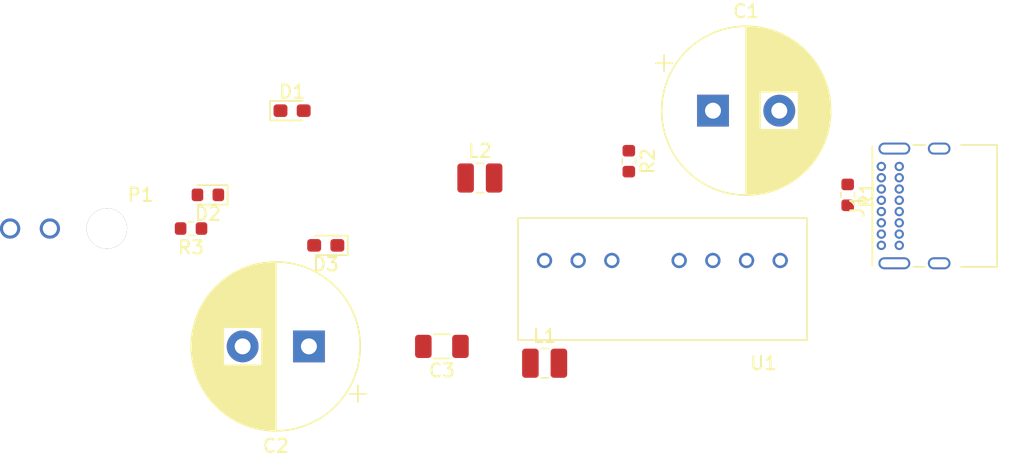
<source format=kicad_pcb>
(kicad_pcb (version 20171130) (host pcbnew 5.1.5+dfsg1-2build2)

  (general
    (thickness 1.6)
    (drawings 0)
    (tracks 0)
    (zones 0)
    (modules 14)
    (nets 20)
  )

  (page A4)
  (layers
    (0 F.Cu signal)
    (31 B.Cu signal)
    (32 B.Adhes user)
    (33 F.Adhes user)
    (34 B.Paste user)
    (35 F.Paste user)
    (36 B.SilkS user)
    (37 F.SilkS user)
    (38 B.Mask user)
    (39 F.Mask user)
    (40 Dwgs.User user)
    (41 Cmts.User user)
    (42 Eco1.User user)
    (43 Eco2.User user)
    (44 Edge.Cuts user)
    (45 Margin user)
    (46 B.CrtYd user)
    (47 F.CrtYd user)
    (48 B.Fab user)
    (49 F.Fab user)
  )

  (setup
    (last_trace_width 0.25)
    (trace_clearance 0.2)
    (zone_clearance 0.508)
    (zone_45_only no)
    (trace_min 0.2)
    (via_size 0.8)
    (via_drill 0.4)
    (via_min_size 0.4)
    (via_min_drill 0.3)
    (uvia_size 0.3)
    (uvia_drill 0.1)
    (uvias_allowed no)
    (uvia_min_size 0.2)
    (uvia_min_drill 0.1)
    (edge_width 0.05)
    (segment_width 0.2)
    (pcb_text_width 0.3)
    (pcb_text_size 1.5 1.5)
    (mod_edge_width 0.12)
    (mod_text_size 1 1)
    (mod_text_width 0.15)
    (pad_size 1.524 1.524)
    (pad_drill 0.762)
    (pad_to_mask_clearance 0.051)
    (solder_mask_min_width 0.25)
    (aux_axis_origin 0 0)
    (visible_elements FFFFFF7F)
    (pcbplotparams
      (layerselection 0x010fc_ffffffff)
      (usegerberextensions false)
      (usegerberattributes false)
      (usegerberadvancedattributes false)
      (creategerberjobfile false)
      (excludeedgelayer true)
      (linewidth 0.100000)
      (plotframeref false)
      (viasonmask false)
      (mode 1)
      (useauxorigin false)
      (hpglpennumber 1)
      (hpglpenspeed 20)
      (hpglpendiameter 15.000000)
      (psnegative false)
      (psa4output false)
      (plotreference true)
      (plotvalue true)
      (plotinvisibletext false)
      (padsonsilk false)
      (subtractmaskfromsilk false)
      (outputformat 1)
      (mirror false)
      (drillshape 1)
      (scaleselection 1)
      (outputdirectory ""))
  )

  (net 0 "")
  (net 1 "Net-(C1-Pad2)")
  (net 2 "Net-(C1-Pad1)")
  (net 3 "Net-(C2-Pad2)")
  (net 4 "Net-(C2-Pad1)")
  (net 5 "Net-(D1-Pad1)")
  (net 6 "Net-(D2-Pad1)")
  (net 7 "Net-(J1-PadS1)")
  (net 8 "Net-(J1-PadB6)")
  (net 9 "Net-(J1-PadA5)")
  (net 10 "Net-(J1-PadB8)")
  (net 11 "Net-(J1-PadB7)")
  (net 12 "Net-(J1-PadA8)")
  (net 13 "Net-(J1-PadA7)")
  (net 14 "Net-(J1-PadA6)")
  (net 15 "Net-(L1-Pad2)")
  (net 16 "Net-(L2-Pad2)")
  (net 17 "Net-(U1-Pad8)")
  (net 18 "Net-(U1-Pad5)")
  (net 19 "Net-(U1-Pad3)")

  (net_class Default "This is the default net class."
    (clearance 0.2)
    (trace_width 0.25)
    (via_dia 0.8)
    (via_drill 0.4)
    (uvia_dia 0.3)
    (uvia_drill 0.1)
    (add_net "Net-(C1-Pad1)")
    (add_net "Net-(C1-Pad2)")
    (add_net "Net-(C2-Pad1)")
    (add_net "Net-(C2-Pad2)")
    (add_net "Net-(D1-Pad1)")
    (add_net "Net-(D2-Pad1)")
    (add_net "Net-(J1-PadA5)")
    (add_net "Net-(J1-PadA6)")
    (add_net "Net-(J1-PadA7)")
    (add_net "Net-(J1-PadA8)")
    (add_net "Net-(J1-PadB6)")
    (add_net "Net-(J1-PadB7)")
    (add_net "Net-(J1-PadB8)")
    (add_net "Net-(J1-PadS1)")
    (add_net "Net-(L1-Pad2)")
    (add_net "Net-(L2-Pad2)")
    (add_net "Net-(U1-Pad3)")
    (add_net "Net-(U1-Pad5)")
    (add_net "Net-(U1-Pad8)")
  )

  (module OWN_DEF:RS6-0505S (layer F.Cu) (tedit 6358F056) (tstamp 6359F529)
    (at 102.87 107.95)
    (path /6359FF4D)
    (fp_text reference U1 (at 7.62 6.35) (layer F.SilkS)
      (effects (font (size 1 1) (thickness 0.15)))
    )
    (fp_text value RS6-0505S (at 0 -6.35) (layer F.Fab)
      (effects (font (size 1 1) (thickness 0.15)))
    )
    (fp_line (start -10.9 -4.6) (end -10.9 4.6) (layer F.SilkS) (width 0.12))
    (fp_line (start 10.9 -4.6) (end 10.9 4.6) (layer F.SilkS) (width 0.12))
    (fp_line (start -10.9 -4.6) (end 10.9 -4.6) (layer F.SilkS) (width 0.12))
    (fp_line (start -10.9 4.6) (end 10.9 4.6) (layer F.SilkS) (width 0.12))
    (pad 8 thru_hole circle (at 8.88 -1.4) (size 1.15 1.15) (drill 0.762) (layers *.Cu *.Mask)
      (net 17 "Net-(U1-Pad8)"))
    (pad 7 thru_hole circle (at 6.34 -1.4) (size 1.15 1.15) (drill 0.762) (layers *.Cu *.Mask)
      (net 1 "Net-(C1-Pad2)"))
    (pad 6 thru_hole circle (at 3.8 -1.4) (size 1.15 1.15) (drill 0.762) (layers *.Cu *.Mask)
      (net 2 "Net-(C1-Pad1)"))
    (pad 5 thru_hole circle (at 1.26 -1.4) (size 1.15 1.15) (drill 0.762) (layers *.Cu *.Mask)
      (net 18 "Net-(U1-Pad5)"))
    (pad 3 thru_hole circle (at -3.82 -1.4) (size 1.15 1.15) (drill 0.762) (layers *.Cu *.Mask)
      (net 19 "Net-(U1-Pad3)"))
    (pad 2 thru_hole circle (at -6.36 -1.4) (size 1.15 1.15) (drill 0.762) (layers *.Cu *.Mask)
      (net 16 "Net-(L2-Pad2)"))
    (pad 1 thru_hole circle (at -8.9 -1.4) (size 1.15 1.15) (drill 0.762) (layers *.Cu *.Mask)
      (net 15 "Net-(L1-Pad2)"))
  )

  (module Resistor_SMD:R_0603_1608Metric (layer F.Cu) (tedit 5B301BBD) (tstamp 6359F51A)
    (at 67.31 104.14 180)
    (descr "Resistor SMD 0603 (1608 Metric), square (rectangular) end terminal, IPC_7351 nominal, (Body size source: http://www.tortai-tech.com/upload/download/2011102023233369053.pdf), generated with kicad-footprint-generator")
    (tags resistor)
    (path /635AEA6C)
    (attr smd)
    (fp_text reference R3 (at 0 -1.43) (layer F.SilkS)
      (effects (font (size 1 1) (thickness 0.15)))
    )
    (fp_text value 1K (at 0 1.43) (layer F.Fab)
      (effects (font (size 1 1) (thickness 0.15)))
    )
    (fp_text user %R (at 0 0) (layer F.Fab)
      (effects (font (size 0.4 0.4) (thickness 0.06)))
    )
    (fp_line (start 1.48 0.73) (end -1.48 0.73) (layer F.CrtYd) (width 0.05))
    (fp_line (start 1.48 -0.73) (end 1.48 0.73) (layer F.CrtYd) (width 0.05))
    (fp_line (start -1.48 -0.73) (end 1.48 -0.73) (layer F.CrtYd) (width 0.05))
    (fp_line (start -1.48 0.73) (end -1.48 -0.73) (layer F.CrtYd) (width 0.05))
    (fp_line (start -0.162779 0.51) (end 0.162779 0.51) (layer F.SilkS) (width 0.12))
    (fp_line (start -0.162779 -0.51) (end 0.162779 -0.51) (layer F.SilkS) (width 0.12))
    (fp_line (start 0.8 0.4) (end -0.8 0.4) (layer F.Fab) (width 0.1))
    (fp_line (start 0.8 -0.4) (end 0.8 0.4) (layer F.Fab) (width 0.1))
    (fp_line (start -0.8 -0.4) (end 0.8 -0.4) (layer F.Fab) (width 0.1))
    (fp_line (start -0.8 0.4) (end -0.8 -0.4) (layer F.Fab) (width 0.1))
    (pad 2 smd roundrect (at 0.7875 0 180) (size 0.875 0.95) (layers F.Cu F.Paste F.Mask) (roundrect_rratio 0.25)
      (net 3 "Net-(C2-Pad2)"))
    (pad 1 smd roundrect (at -0.7875 0 180) (size 0.875 0.95) (layers F.Cu F.Paste F.Mask) (roundrect_rratio 0.25)
      (net 6 "Net-(D2-Pad1)"))
    (model ${KISYS3DMOD}/Resistor_SMD.3dshapes/R_0603_1608Metric.wrl
      (at (xyz 0 0 0))
      (scale (xyz 1 1 1))
      (rotate (xyz 0 0 0))
    )
  )

  (module Resistor_SMD:R_0603_1608Metric (layer F.Cu) (tedit 5B301BBD) (tstamp 6359F509)
    (at 100.33 99.06 270)
    (descr "Resistor SMD 0603 (1608 Metric), square (rectangular) end terminal, IPC_7351 nominal, (Body size source: http://www.tortai-tech.com/upload/download/2011102023233369053.pdf), generated with kicad-footprint-generator")
    (tags resistor)
    (path /6359BBA9)
    (attr smd)
    (fp_text reference R2 (at 0 -1.43 90) (layer F.SilkS)
      (effects (font (size 1 1) (thickness 0.15)))
    )
    (fp_text value 1K (at 0 1.43 90) (layer F.Fab)
      (effects (font (size 1 1) (thickness 0.15)))
    )
    (fp_text user %R (at 0 0 90) (layer F.Fab)
      (effects (font (size 0.4 0.4) (thickness 0.06)))
    )
    (fp_line (start 1.48 0.73) (end -1.48 0.73) (layer F.CrtYd) (width 0.05))
    (fp_line (start 1.48 -0.73) (end 1.48 0.73) (layer F.CrtYd) (width 0.05))
    (fp_line (start -1.48 -0.73) (end 1.48 -0.73) (layer F.CrtYd) (width 0.05))
    (fp_line (start -1.48 0.73) (end -1.48 -0.73) (layer F.CrtYd) (width 0.05))
    (fp_line (start -0.162779 0.51) (end 0.162779 0.51) (layer F.SilkS) (width 0.12))
    (fp_line (start -0.162779 -0.51) (end 0.162779 -0.51) (layer F.SilkS) (width 0.12))
    (fp_line (start 0.8 0.4) (end -0.8 0.4) (layer F.Fab) (width 0.1))
    (fp_line (start 0.8 -0.4) (end 0.8 0.4) (layer F.Fab) (width 0.1))
    (fp_line (start -0.8 -0.4) (end 0.8 -0.4) (layer F.Fab) (width 0.1))
    (fp_line (start -0.8 0.4) (end -0.8 -0.4) (layer F.Fab) (width 0.1))
    (pad 2 smd roundrect (at 0.7875 0 270) (size 0.875 0.95) (layers F.Cu F.Paste F.Mask) (roundrect_rratio 0.25)
      (net 1 "Net-(C1-Pad2)"))
    (pad 1 smd roundrect (at -0.7875 0 270) (size 0.875 0.95) (layers F.Cu F.Paste F.Mask) (roundrect_rratio 0.25)
      (net 5 "Net-(D1-Pad1)"))
    (model ${KISYS3DMOD}/Resistor_SMD.3dshapes/R_0603_1608Metric.wrl
      (at (xyz 0 0 0))
      (scale (xyz 1 1 1))
      (rotate (xyz 0 0 0))
    )
  )

  (module Resistor_SMD:R_0603_1608Metric (layer F.Cu) (tedit 5B301BBD) (tstamp 6359F4F8)
    (at 116.84 101.6 270)
    (descr "Resistor SMD 0603 (1608 Metric), square (rectangular) end terminal, IPC_7351 nominal, (Body size source: http://www.tortai-tech.com/upload/download/2011102023233369053.pdf), generated with kicad-footprint-generator")
    (tags resistor)
    (path /63591603)
    (attr smd)
    (fp_text reference R1 (at 0 -1.43 90) (layer F.SilkS)
      (effects (font (size 1 1) (thickness 0.15)))
    )
    (fp_text value 22K (at 0 1.43 90) (layer F.Fab)
      (effects (font (size 1 1) (thickness 0.15)))
    )
    (fp_text user %R (at 0 0 90) (layer B.Fab)
      (effects (font (size 0.4 0.4) (thickness 0.06)) (justify mirror))
    )
    (fp_line (start 1.48 0.73) (end -1.48 0.73) (layer F.CrtYd) (width 0.05))
    (fp_line (start 1.48 -0.73) (end 1.48 0.73) (layer F.CrtYd) (width 0.05))
    (fp_line (start -1.48 -0.73) (end 1.48 -0.73) (layer F.CrtYd) (width 0.05))
    (fp_line (start -1.48 0.73) (end -1.48 -0.73) (layer F.CrtYd) (width 0.05))
    (fp_line (start -0.162779 0.51) (end 0.162779 0.51) (layer F.SilkS) (width 0.12))
    (fp_line (start -0.162779 -0.51) (end 0.162779 -0.51) (layer F.SilkS) (width 0.12))
    (fp_line (start 0.8 0.4) (end -0.8 0.4) (layer F.Fab) (width 0.1))
    (fp_line (start 0.8 -0.4) (end 0.8 0.4) (layer F.Fab) (width 0.1))
    (fp_line (start -0.8 -0.4) (end 0.8 -0.4) (layer F.Fab) (width 0.1))
    (fp_line (start -0.8 0.4) (end -0.8 -0.4) (layer F.Fab) (width 0.1))
    (pad 2 smd roundrect (at 0.7875 0 270) (size 0.875 0.95) (layers F.Cu F.Paste F.Mask) (roundrect_rratio 0.25)
      (net 9 "Net-(J1-PadA5)"))
    (pad 1 smd roundrect (at -0.7875 0 270) (size 0.875 0.95) (layers F.Cu F.Paste F.Mask) (roundrect_rratio 0.25)
      (net 2 "Net-(C1-Pad1)"))
    (model ${KISYS3DMOD}/Resistor_SMD.3dshapes/R_0603_1608Metric.wrl
      (at (xyz 0 0 0))
      (scale (xyz 1 1 1))
      (rotate (xyz 0 0 0))
    )
  )

  (module OWN_DEF:66200221022 (layer F.Cu) (tedit 63594A4E) (tstamp 6359F4E7)
    (at 60.96 106.68 180)
    (path /635C4C6A)
    (fp_text reference P1 (at -2.54 5.08) (layer F.SilkS)
      (effects (font (size 1 1) (thickness 0.15)))
    )
    (fp_text value 66200221022 (at 0 -0.5) (layer F.Fab)
      (effects (font (size 1 1) (thickness 0.15)))
    )
    (pad 2 thru_hole circle (at 7.3 2.54 180) (size 1.524 1.524) (drill 1.07) (layers *.Cu *.Mask)
      (net 4 "Net-(C2-Pad1)"))
    (pad 1 thru_hole circle (at 4.3 2.54 180) (size 1.524 1.524) (drill 1.07) (layers *.Cu *.Mask)
      (net 3 "Net-(C2-Pad2)"))
    (pad 0 thru_hole circle (at 0 2.54 180) (size 3.05 3.05) (drill 3.05) (layers *.Cu *.Mask))
  )

  (module Inductor_SMD:L_1008_2520Metric (layer F.Cu) (tedit 5D4AF589) (tstamp 6359F4E0)
    (at 89.095 100.33)
    (descr "Inductor SMD 1008 (2520 Metric), square (rectangular) end terminal, IPC_7351 nominal, (Body size source: https://ecsxtal.com/store/pdf/ECS-MPI2520-SMD-POWER-INDUCTOR.pdf), generated with kicad-footprint-generator")
    (tags inductor)
    (path /635A5B59)
    (attr smd)
    (fp_text reference L2 (at 0 -2.05) (layer F.SilkS)
      (effects (font (size 1 1) (thickness 0.15)))
    )
    (fp_text value 1µ (at 0 2.05) (layer F.Fab)
      (effects (font (size 1 1) (thickness 0.15)))
    )
    (fp_text user %R (at 0 0) (layer F.Fab)
      (effects (font (size 0.62 0.62) (thickness 0.09)))
    )
    (fp_line (start 1.95 1.35) (end -1.95 1.35) (layer F.CrtYd) (width 0.05))
    (fp_line (start 1.95 -1.35) (end 1.95 1.35) (layer F.CrtYd) (width 0.05))
    (fp_line (start -1.95 -1.35) (end 1.95 -1.35) (layer F.CrtYd) (width 0.05))
    (fp_line (start -1.95 1.35) (end -1.95 -1.35) (layer F.CrtYd) (width 0.05))
    (fp_line (start -0.261252 1.11) (end 0.261252 1.11) (layer F.SilkS) (width 0.12))
    (fp_line (start -0.261252 -1.11) (end 0.261252 -1.11) (layer F.SilkS) (width 0.12))
    (fp_line (start 1.25 1) (end -1.25 1) (layer F.Fab) (width 0.1))
    (fp_line (start 1.25 -1) (end 1.25 1) (layer F.Fab) (width 0.1))
    (fp_line (start -1.25 -1) (end 1.25 -1) (layer F.Fab) (width 0.1))
    (fp_line (start -1.25 1) (end -1.25 -1) (layer F.Fab) (width 0.1))
    (pad 2 smd roundrect (at 1.075 0) (size 1.25 2.2) (layers F.Cu F.Paste F.Mask) (roundrect_rratio 0.2)
      (net 16 "Net-(L2-Pad2)"))
    (pad 1 smd roundrect (at -1.075 0) (size 1.25 2.2) (layers F.Cu F.Paste F.Mask) (roundrect_rratio 0.2)
      (net 4 "Net-(C2-Pad1)"))
    (model ${KISYS3DMOD}/Inductor_SMD.3dshapes/L_1008_2520Metric.wrl
      (at (xyz 0 0 0))
      (scale (xyz 1 1 1))
      (rotate (xyz 0 0 0))
    )
  )

  (module Inductor_SMD:L_1008_2520Metric (layer F.Cu) (tedit 5D4AF589) (tstamp 6359F4CF)
    (at 93.98 114.3)
    (descr "Inductor SMD 1008 (2520 Metric), square (rectangular) end terminal, IPC_7351 nominal, (Body size source: https://ecsxtal.com/store/pdf/ECS-MPI2520-SMD-POWER-INDUCTOR.pdf), generated with kicad-footprint-generator")
    (tags inductor)
    (path /635A6AFC)
    (attr smd)
    (fp_text reference L1 (at 0 -2.05) (layer F.SilkS)
      (effects (font (size 1 1) (thickness 0.15)))
    )
    (fp_text value 1µ (at 0 2.05) (layer F.Fab)
      (effects (font (size 1 1) (thickness 0.15)))
    )
    (fp_text user %R (at 0 0) (layer F.Fab)
      (effects (font (size 0.62 0.62) (thickness 0.09)))
    )
    (fp_line (start 1.95 1.35) (end -1.95 1.35) (layer F.CrtYd) (width 0.05))
    (fp_line (start 1.95 -1.35) (end 1.95 1.35) (layer F.CrtYd) (width 0.05))
    (fp_line (start -1.95 -1.35) (end 1.95 -1.35) (layer F.CrtYd) (width 0.05))
    (fp_line (start -1.95 1.35) (end -1.95 -1.35) (layer F.CrtYd) (width 0.05))
    (fp_line (start -0.261252 1.11) (end 0.261252 1.11) (layer F.SilkS) (width 0.12))
    (fp_line (start -0.261252 -1.11) (end 0.261252 -1.11) (layer F.SilkS) (width 0.12))
    (fp_line (start 1.25 1) (end -1.25 1) (layer F.Fab) (width 0.1))
    (fp_line (start 1.25 -1) (end 1.25 1) (layer F.Fab) (width 0.1))
    (fp_line (start -1.25 -1) (end 1.25 -1) (layer F.Fab) (width 0.1))
    (fp_line (start -1.25 1) (end -1.25 -1) (layer F.Fab) (width 0.1))
    (pad 2 smd roundrect (at 1.075 0) (size 1.25 2.2) (layers F.Cu F.Paste F.Mask) (roundrect_rratio 0.2)
      (net 15 "Net-(L1-Pad2)"))
    (pad 1 smd roundrect (at -1.075 0) (size 1.25 2.2) (layers F.Cu F.Paste F.Mask) (roundrect_rratio 0.2)
      (net 3 "Net-(C2-Pad2)"))
    (model ${KISYS3DMOD}/Inductor_SMD.3dshapes/L_1008_2520Metric.wrl
      (at (xyz 0 0 0))
      (scale (xyz 1 1 1))
      (rotate (xyz 0 0 0))
    )
  )

  (module Connector_USB:USB_C_Receptacle_GCT_USB4085 (layer F.Cu) (tedit 5BCCCD93) (tstamp 6359F4BE)
    (at 119.38 105.41 90)
    (descr "USB 2.0 Type C Receptacle, https://gct.co/Files/Drawings/USB4085.pdf")
    (tags "USB Type-C Receptacle Through-hole Right angle")
    (path /6358EED8)
    (fp_text reference J1 (at 2.975 -1.8 90) (layer F.SilkS)
      (effects (font (size 1 1) (thickness 0.15)))
    )
    (fp_text value USB_C_Receptacle (at 2.975 9.925 90) (layer F.Fab)
      (effects (font (size 1 1) (thickness 0.15)))
    )
    (fp_text user %R (at 2.975 4.025 90) (layer F.Fab)
      (effects (font (size 1 1) (thickness 0.15)))
    )
    (fp_text user "PCB Edge" (at 2.975 6.1 90) (layer Dwgs.User)
      (effects (font (size 0.5 0.5) (thickness 0.1)))
    )
    (fp_line (start -0.025 6.1) (end 5.975 6.1) (layer F.Fab) (width 0.1))
    (fp_line (start 8.25 -1.06) (end 8.25 9.11) (layer F.CrtYd) (width 0.05))
    (fp_line (start -2.3 -1.06) (end 8.25 -1.06) (layer F.CrtYd) (width 0.05))
    (fp_line (start -2.3 9.11) (end 8.25 9.11) (layer F.CrtYd) (width 0.05))
    (fp_line (start -2.3 -1.06) (end -2.3 9.11) (layer F.CrtYd) (width 0.05))
    (fp_line (start -1.62 2.4) (end -1.62 3.3) (layer F.SilkS) (width 0.12))
    (fp_line (start 7.57 2.4) (end 7.57 3.3) (layer F.SilkS) (width 0.12))
    (fp_line (start -1.62 6) (end -1.62 8.73) (layer F.SilkS) (width 0.12))
    (fp_line (start 7.57 6) (end 7.57 8.73) (layer F.SilkS) (width 0.12))
    (fp_line (start 7.45 -0.56) (end 7.45 8.61) (layer F.Fab) (width 0.1))
    (fp_line (start -1.5 -0.56) (end -1.5 8.61) (layer F.Fab) (width 0.1))
    (fp_line (start -1.5 -0.68) (end 7.45 -0.68) (layer F.SilkS) (width 0.12))
    (fp_line (start -1.62 8.73) (end 7.57 8.73) (layer F.SilkS) (width 0.12))
    (fp_line (start -1.5 8.61) (end 7.45 8.61) (layer F.Fab) (width 0.1))
    (fp_line (start -1.5 -0.56) (end 7.45 -0.56) (layer F.Fab) (width 0.1))
    (pad S1 thru_hole oval (at 7.3 4.36 90) (size 0.9 1.7) (drill oval 0.6 1.4) (layers *.Cu *.Mask)
      (net 7 "Net-(J1-PadS1)"))
    (pad S1 thru_hole oval (at -1.35 4.36 90) (size 0.9 1.7) (drill oval 0.6 1.4) (layers *.Cu *.Mask)
      (net 7 "Net-(J1-PadS1)"))
    (pad S1 thru_hole oval (at 7.3 0.98 90) (size 0.9 2.4) (drill oval 0.6 2.1) (layers *.Cu *.Mask)
      (net 7 "Net-(J1-PadS1)"))
    (pad S1 thru_hole oval (at -1.35 0.98 90) (size 0.9 2.4) (drill oval 0.6 2.1) (layers *.Cu *.Mask)
      (net 7 "Net-(J1-PadS1)"))
    (pad B6 thru_hole circle (at 3.4 1.35 90) (size 0.7 0.7) (drill 0.4) (layers *.Cu *.Mask)
      (net 8 "Net-(J1-PadB6)"))
    (pad B1 thru_hole circle (at 5.95 1.35 90) (size 0.7 0.7) (drill 0.4) (layers *.Cu *.Mask)
      (net 1 "Net-(C1-Pad2)"))
    (pad B4 thru_hole circle (at 5.1 1.35 90) (size 0.7 0.7) (drill 0.4) (layers *.Cu *.Mask)
      (net 2 "Net-(C1-Pad1)"))
    (pad B5 thru_hole circle (at 4.25 1.35 90) (size 0.7 0.7) (drill 0.4) (layers *.Cu *.Mask)
      (net 9 "Net-(J1-PadA5)"))
    (pad B12 thru_hole circle (at 0 1.35 90) (size 0.7 0.7) (drill 0.4) (layers *.Cu *.Mask)
      (net 1 "Net-(C1-Pad2)"))
    (pad B8 thru_hole circle (at 1.7 1.35 90) (size 0.7 0.7) (drill 0.4) (layers *.Cu *.Mask)
      (net 10 "Net-(J1-PadB8)"))
    (pad B7 thru_hole circle (at 2.55 1.35 90) (size 0.7 0.7) (drill 0.4) (layers *.Cu *.Mask)
      (net 11 "Net-(J1-PadB7)"))
    (pad B9 thru_hole circle (at 0.85 1.35 90) (size 0.7 0.7) (drill 0.4) (layers *.Cu *.Mask)
      (net 2 "Net-(C1-Pad1)"))
    (pad A12 thru_hole circle (at 5.95 0 90) (size 0.7 0.7) (drill 0.4) (layers *.Cu *.Mask)
      (net 1 "Net-(C1-Pad2)"))
    (pad A9 thru_hole circle (at 5.1 0 90) (size 0.7 0.7) (drill 0.4) (layers *.Cu *.Mask)
      (net 2 "Net-(C1-Pad1)"))
    (pad A8 thru_hole circle (at 4.25 0 90) (size 0.7 0.7) (drill 0.4) (layers *.Cu *.Mask)
      (net 12 "Net-(J1-PadA8)"))
    (pad A7 thru_hole circle (at 3.4 0 90) (size 0.7 0.7) (drill 0.4) (layers *.Cu *.Mask)
      (net 13 "Net-(J1-PadA7)"))
    (pad A6 thru_hole circle (at 2.55 0 90) (size 0.7 0.7) (drill 0.4) (layers *.Cu *.Mask)
      (net 14 "Net-(J1-PadA6)"))
    (pad A5 thru_hole circle (at 1.7 0 90) (size 0.7 0.7) (drill 0.4) (layers *.Cu *.Mask)
      (net 9 "Net-(J1-PadA5)"))
    (pad A4 thru_hole circle (at 0.85 0 90) (size 0.7 0.7) (drill 0.4) (layers *.Cu *.Mask)
      (net 2 "Net-(C1-Pad1)"))
    (pad A1 thru_hole circle (at 0 0 90) (size 0.7 0.7) (drill 0.4) (layers *.Cu *.Mask)
      (net 1 "Net-(C1-Pad2)"))
    (model ${KISYS3DMOD}/Connector_USB.3dshapes/USB_C_Receptacle_GCT_USB4085.wrl
      (at (xyz 0 0 0))
      (scale (xyz 1 1 1))
      (rotate (xyz 0 0 0))
    )
  )

  (module Diode_SMD:D_0603_1608Metric_Pad1.05x0.95mm_HandSolder (layer F.Cu) (tedit 5B4B45C8) (tstamp 6359F495)
    (at 77.47 105.41 180)
    (descr "Diode SMD 0603 (1608 Metric), square (rectangular) end terminal, IPC_7351 nominal, (Body size source: http://www.tortai-tech.com/upload/download/2011102023233369053.pdf), generated with kicad-footprint-generator")
    (tags "diode handsolder")
    (path /635B5902)
    (attr smd)
    (fp_text reference D3 (at 0 -1.43) (layer F.SilkS)
      (effects (font (size 1 1) (thickness 0.15)))
    )
    (fp_text value D_Zener (at 0 1.43) (layer F.Fab)
      (effects (font (size 1 1) (thickness 0.15)))
    )
    (fp_text user %R (at 0 0) (layer F.Fab)
      (effects (font (size 0.4 0.4) (thickness 0.06)))
    )
    (fp_line (start 1.65 0.73) (end -1.65 0.73) (layer F.CrtYd) (width 0.05))
    (fp_line (start 1.65 -0.73) (end 1.65 0.73) (layer F.CrtYd) (width 0.05))
    (fp_line (start -1.65 -0.73) (end 1.65 -0.73) (layer F.CrtYd) (width 0.05))
    (fp_line (start -1.65 0.73) (end -1.65 -0.73) (layer F.CrtYd) (width 0.05))
    (fp_line (start -1.66 0.735) (end 0.8 0.735) (layer F.SilkS) (width 0.12))
    (fp_line (start -1.66 -0.735) (end -1.66 0.735) (layer F.SilkS) (width 0.12))
    (fp_line (start 0.8 -0.735) (end -1.66 -0.735) (layer F.SilkS) (width 0.12))
    (fp_line (start 0.8 0.4) (end 0.8 -0.4) (layer F.Fab) (width 0.1))
    (fp_line (start -0.8 0.4) (end 0.8 0.4) (layer F.Fab) (width 0.1))
    (fp_line (start -0.8 -0.1) (end -0.8 0.4) (layer F.Fab) (width 0.1))
    (fp_line (start -0.5 -0.4) (end -0.8 -0.1) (layer F.Fab) (width 0.1))
    (fp_line (start 0.8 -0.4) (end -0.5 -0.4) (layer F.Fab) (width 0.1))
    (pad 2 smd roundrect (at 0.875 0 180) (size 1.05 0.95) (layers F.Cu F.Paste F.Mask) (roundrect_rratio 0.25)
      (net 3 "Net-(C2-Pad2)"))
    (pad 1 smd roundrect (at -0.875 0 180) (size 1.05 0.95) (layers F.Cu F.Paste F.Mask) (roundrect_rratio 0.25)
      (net 4 "Net-(C2-Pad1)"))
    (model ${KISYS3DMOD}/Diode_SMD.3dshapes/D_0603_1608Metric.wrl
      (at (xyz 0 0 0))
      (scale (xyz 1 1 1))
      (rotate (xyz 0 0 0))
    )
  )

  (module LED_SMD:LED_0603_1608Metric (layer F.Cu) (tedit 5B301BBE) (tstamp 6359F482)
    (at 68.58 101.6 180)
    (descr "LED SMD 0603 (1608 Metric), square (rectangular) end terminal, IPC_7351 nominal, (Body size source: http://www.tortai-tech.com/upload/download/2011102023233369053.pdf), generated with kicad-footprint-generator")
    (tags diode)
    (path /635AEA66)
    (attr smd)
    (fp_text reference D2 (at 0 -1.43) (layer F.SilkS)
      (effects (font (size 1 1) (thickness 0.15)))
    )
    (fp_text value LED (at 0 1.43) (layer F.Fab)
      (effects (font (size 1 1) (thickness 0.15)))
    )
    (fp_text user %R (at 0 0) (layer F.Fab)
      (effects (font (size 0.4 0.4) (thickness 0.06)))
    )
    (fp_line (start 1.48 0.73) (end -1.48 0.73) (layer F.CrtYd) (width 0.05))
    (fp_line (start 1.48 -0.73) (end 1.48 0.73) (layer F.CrtYd) (width 0.05))
    (fp_line (start -1.48 -0.73) (end 1.48 -0.73) (layer F.CrtYd) (width 0.05))
    (fp_line (start -1.48 0.73) (end -1.48 -0.73) (layer F.CrtYd) (width 0.05))
    (fp_line (start -1.485 0.735) (end 0.8 0.735) (layer F.SilkS) (width 0.12))
    (fp_line (start -1.485 -0.735) (end -1.485 0.735) (layer F.SilkS) (width 0.12))
    (fp_line (start 0.8 -0.735) (end -1.485 -0.735) (layer F.SilkS) (width 0.12))
    (fp_line (start 0.8 0.4) (end 0.8 -0.4) (layer F.Fab) (width 0.1))
    (fp_line (start -0.8 0.4) (end 0.8 0.4) (layer F.Fab) (width 0.1))
    (fp_line (start -0.8 -0.1) (end -0.8 0.4) (layer F.Fab) (width 0.1))
    (fp_line (start -0.5 -0.4) (end -0.8 -0.1) (layer F.Fab) (width 0.1))
    (fp_line (start 0.8 -0.4) (end -0.5 -0.4) (layer F.Fab) (width 0.1))
    (pad 2 smd roundrect (at 0.7875 0 180) (size 0.875 0.95) (layers F.Cu F.Paste F.Mask) (roundrect_rratio 0.25)
      (net 4 "Net-(C2-Pad1)"))
    (pad 1 smd roundrect (at -0.7875 0 180) (size 0.875 0.95) (layers F.Cu F.Paste F.Mask) (roundrect_rratio 0.25)
      (net 6 "Net-(D2-Pad1)"))
    (model ${KISYS3DMOD}/LED_SMD.3dshapes/LED_0603_1608Metric.wrl
      (at (xyz 0 0 0))
      (scale (xyz 1 1 1))
      (rotate (xyz 0 0 0))
    )
  )

  (module Diode_SMD:D_0603_1608Metric_Pad1.05x0.95mm_HandSolder (layer F.Cu) (tedit 5B4B45C8) (tstamp 6359F46F)
    (at 74.93 95.25)
    (descr "Diode SMD 0603 (1608 Metric), square (rectangular) end terminal, IPC_7351 nominal, (Body size source: http://www.tortai-tech.com/upload/download/2011102023233369053.pdf), generated with kicad-footprint-generator")
    (tags "diode handsolder")
    (path /6359A19E)
    (attr smd)
    (fp_text reference D1 (at 0 -1.43) (layer F.SilkS)
      (effects (font (size 1 1) (thickness 0.15)))
    )
    (fp_text value LED (at 0 1.43) (layer F.Fab)
      (effects (font (size 1 1) (thickness 0.15)))
    )
    (fp_text user %R (at 0 0) (layer F.Fab)
      (effects (font (size 0.4 0.4) (thickness 0.06)))
    )
    (fp_line (start 1.65 0.73) (end -1.65 0.73) (layer F.CrtYd) (width 0.05))
    (fp_line (start 1.65 -0.73) (end 1.65 0.73) (layer F.CrtYd) (width 0.05))
    (fp_line (start -1.65 -0.73) (end 1.65 -0.73) (layer F.CrtYd) (width 0.05))
    (fp_line (start -1.65 0.73) (end -1.65 -0.73) (layer F.CrtYd) (width 0.05))
    (fp_line (start -1.66 0.735) (end 0.8 0.735) (layer F.SilkS) (width 0.12))
    (fp_line (start -1.66 -0.735) (end -1.66 0.735) (layer F.SilkS) (width 0.12))
    (fp_line (start 0.8 -0.735) (end -1.66 -0.735) (layer F.SilkS) (width 0.12))
    (fp_line (start 0.8 0.4) (end 0.8 -0.4) (layer F.Fab) (width 0.1))
    (fp_line (start -0.8 0.4) (end 0.8 0.4) (layer F.Fab) (width 0.1))
    (fp_line (start -0.8 -0.1) (end -0.8 0.4) (layer F.Fab) (width 0.1))
    (fp_line (start -0.5 -0.4) (end -0.8 -0.1) (layer F.Fab) (width 0.1))
    (fp_line (start 0.8 -0.4) (end -0.5 -0.4) (layer F.Fab) (width 0.1))
    (pad 2 smd roundrect (at 0.875 0) (size 1.05 0.95) (layers F.Cu F.Paste F.Mask) (roundrect_rratio 0.25)
      (net 2 "Net-(C1-Pad1)"))
    (pad 1 smd roundrect (at -0.875 0) (size 1.05 0.95) (layers F.Cu F.Paste F.Mask) (roundrect_rratio 0.25)
      (net 5 "Net-(D1-Pad1)"))
    (model ${KISYS3DMOD}/Diode_SMD.3dshapes/D_0603_1608Metric.wrl
      (at (xyz 0 0 0))
      (scale (xyz 1 1 1))
      (rotate (xyz 0 0 0))
    )
  )

  (module Capacitor_SMD:C_1206_3216Metric (layer F.Cu) (tedit 5B301BBE) (tstamp 6359F45C)
    (at 86.23 113.03 180)
    (descr "Capacitor SMD 1206 (3216 Metric), square (rectangular) end terminal, IPC_7351 nominal, (Body size source: http://www.tortai-tech.com/upload/download/2011102023233369053.pdf), generated with kicad-footprint-generator")
    (tags capacitor)
    (path /635A961E)
    (attr smd)
    (fp_text reference C3 (at 0 -1.82) (layer F.SilkS)
      (effects (font (size 1 1) (thickness 0.15)))
    )
    (fp_text value 22µ (at 0 1.82) (layer F.Fab)
      (effects (font (size 1 1) (thickness 0.15)))
    )
    (fp_text user %R (at 0 0) (layer F.Fab)
      (effects (font (size 0.8 0.8) (thickness 0.12)))
    )
    (fp_line (start 2.28 1.12) (end -2.28 1.12) (layer F.CrtYd) (width 0.05))
    (fp_line (start 2.28 -1.12) (end 2.28 1.12) (layer F.CrtYd) (width 0.05))
    (fp_line (start -2.28 -1.12) (end 2.28 -1.12) (layer F.CrtYd) (width 0.05))
    (fp_line (start -2.28 1.12) (end -2.28 -1.12) (layer F.CrtYd) (width 0.05))
    (fp_line (start -0.602064 0.91) (end 0.602064 0.91) (layer F.SilkS) (width 0.12))
    (fp_line (start -0.602064 -0.91) (end 0.602064 -0.91) (layer F.SilkS) (width 0.12))
    (fp_line (start 1.6 0.8) (end -1.6 0.8) (layer F.Fab) (width 0.1))
    (fp_line (start 1.6 -0.8) (end 1.6 0.8) (layer F.Fab) (width 0.1))
    (fp_line (start -1.6 -0.8) (end 1.6 -0.8) (layer F.Fab) (width 0.1))
    (fp_line (start -1.6 0.8) (end -1.6 -0.8) (layer F.Fab) (width 0.1))
    (pad 2 smd roundrect (at 1.4 0 180) (size 1.25 1.75) (layers F.Cu F.Paste F.Mask) (roundrect_rratio 0.2)
      (net 4 "Net-(C2-Pad1)"))
    (pad 1 smd roundrect (at -1.4 0 180) (size 1.25 1.75) (layers F.Cu F.Paste F.Mask) (roundrect_rratio 0.2)
      (net 3 "Net-(C2-Pad2)"))
    (model ${KISYS3DMOD}/Capacitor_SMD.3dshapes/C_1206_3216Metric.wrl
      (at (xyz 0 0 0))
      (scale (xyz 1 1 1))
      (rotate (xyz 0 0 0))
    )
  )

  (module Capacitor_THT:CP_Radial_D12.5mm_P5.00mm (layer F.Cu) (tedit 5AE50EF1) (tstamp 6359F44B)
    (at 76.2 113.03 180)
    (descr "CP, Radial series, Radial, pin pitch=5.00mm, , diameter=12.5mm, Electrolytic Capacitor")
    (tags "CP Radial series Radial pin pitch 5.00mm  diameter 12.5mm Electrolytic Capacitor")
    (path /635B51F8)
    (fp_text reference C2 (at 2.5 -7.5) (layer F.SilkS)
      (effects (font (size 1 1) (thickness 0.15)))
    )
    (fp_text value 220µ (at 2.5 7.5) (layer F.Fab)
      (effects (font (size 1 1) (thickness 0.15)))
    )
    (fp_text user %R (at 2.5 0) (layer F.Fab)
      (effects (font (size 1 1) (thickness 0.15)))
    )
    (fp_line (start -3.692082 -4.2) (end -3.692082 -2.95) (layer F.SilkS) (width 0.12))
    (fp_line (start -4.317082 -3.575) (end -3.067082 -3.575) (layer F.SilkS) (width 0.12))
    (fp_line (start 8.861 -0.317) (end 8.861 0.317) (layer F.SilkS) (width 0.12))
    (fp_line (start 8.821 -0.757) (end 8.821 0.757) (layer F.SilkS) (width 0.12))
    (fp_line (start 8.781 -1.028) (end 8.781 1.028) (layer F.SilkS) (width 0.12))
    (fp_line (start 8.741 -1.241) (end 8.741 1.241) (layer F.SilkS) (width 0.12))
    (fp_line (start 8.701 -1.422) (end 8.701 1.422) (layer F.SilkS) (width 0.12))
    (fp_line (start 8.661 -1.583) (end 8.661 1.583) (layer F.SilkS) (width 0.12))
    (fp_line (start 8.621 -1.728) (end 8.621 1.728) (layer F.SilkS) (width 0.12))
    (fp_line (start 8.581 -1.861) (end 8.581 1.861) (layer F.SilkS) (width 0.12))
    (fp_line (start 8.541 -1.984) (end 8.541 1.984) (layer F.SilkS) (width 0.12))
    (fp_line (start 8.501 -2.1) (end 8.501 2.1) (layer F.SilkS) (width 0.12))
    (fp_line (start 8.461 -2.209) (end 8.461 2.209) (layer F.SilkS) (width 0.12))
    (fp_line (start 8.421 -2.312) (end 8.421 2.312) (layer F.SilkS) (width 0.12))
    (fp_line (start 8.381 -2.41) (end 8.381 2.41) (layer F.SilkS) (width 0.12))
    (fp_line (start 8.341 -2.504) (end 8.341 2.504) (layer F.SilkS) (width 0.12))
    (fp_line (start 8.301 -2.594) (end 8.301 2.594) (layer F.SilkS) (width 0.12))
    (fp_line (start 8.261 -2.681) (end 8.261 2.681) (layer F.SilkS) (width 0.12))
    (fp_line (start 8.221 -2.764) (end 8.221 2.764) (layer F.SilkS) (width 0.12))
    (fp_line (start 8.181 -2.844) (end 8.181 2.844) (layer F.SilkS) (width 0.12))
    (fp_line (start 8.141 -2.921) (end 8.141 2.921) (layer F.SilkS) (width 0.12))
    (fp_line (start 8.101 -2.996) (end 8.101 2.996) (layer F.SilkS) (width 0.12))
    (fp_line (start 8.061 -3.069) (end 8.061 3.069) (layer F.SilkS) (width 0.12))
    (fp_line (start 8.021 -3.14) (end 8.021 3.14) (layer F.SilkS) (width 0.12))
    (fp_line (start 7.981 -3.208) (end 7.981 3.208) (layer F.SilkS) (width 0.12))
    (fp_line (start 7.941 -3.275) (end 7.941 3.275) (layer F.SilkS) (width 0.12))
    (fp_line (start 7.901 -3.339) (end 7.901 3.339) (layer F.SilkS) (width 0.12))
    (fp_line (start 7.861 -3.402) (end 7.861 3.402) (layer F.SilkS) (width 0.12))
    (fp_line (start 7.821 -3.464) (end 7.821 3.464) (layer F.SilkS) (width 0.12))
    (fp_line (start 7.781 -3.524) (end 7.781 3.524) (layer F.SilkS) (width 0.12))
    (fp_line (start 7.741 -3.583) (end 7.741 3.583) (layer F.SilkS) (width 0.12))
    (fp_line (start 7.701 -3.64) (end 7.701 3.64) (layer F.SilkS) (width 0.12))
    (fp_line (start 7.661 -3.696) (end 7.661 3.696) (layer F.SilkS) (width 0.12))
    (fp_line (start 7.621 -3.75) (end 7.621 3.75) (layer F.SilkS) (width 0.12))
    (fp_line (start 7.581 -3.804) (end 7.581 3.804) (layer F.SilkS) (width 0.12))
    (fp_line (start 7.541 -3.856) (end 7.541 3.856) (layer F.SilkS) (width 0.12))
    (fp_line (start 7.501 -3.907) (end 7.501 3.907) (layer F.SilkS) (width 0.12))
    (fp_line (start 7.461 -3.957) (end 7.461 3.957) (layer F.SilkS) (width 0.12))
    (fp_line (start 7.421 -4.007) (end 7.421 4.007) (layer F.SilkS) (width 0.12))
    (fp_line (start 7.381 -4.055) (end 7.381 4.055) (layer F.SilkS) (width 0.12))
    (fp_line (start 7.341 -4.102) (end 7.341 4.102) (layer F.SilkS) (width 0.12))
    (fp_line (start 7.301 -4.148) (end 7.301 4.148) (layer F.SilkS) (width 0.12))
    (fp_line (start 7.261 -4.194) (end 7.261 4.194) (layer F.SilkS) (width 0.12))
    (fp_line (start 7.221 -4.238) (end 7.221 4.238) (layer F.SilkS) (width 0.12))
    (fp_line (start 7.181 -4.282) (end 7.181 4.282) (layer F.SilkS) (width 0.12))
    (fp_line (start 7.141 -4.325) (end 7.141 4.325) (layer F.SilkS) (width 0.12))
    (fp_line (start 7.101 -4.367) (end 7.101 4.367) (layer F.SilkS) (width 0.12))
    (fp_line (start 7.061 -4.408) (end 7.061 4.408) (layer F.SilkS) (width 0.12))
    (fp_line (start 7.021 -4.449) (end 7.021 4.449) (layer F.SilkS) (width 0.12))
    (fp_line (start 6.981 -4.489) (end 6.981 4.489) (layer F.SilkS) (width 0.12))
    (fp_line (start 6.941 -4.528) (end 6.941 4.528) (layer F.SilkS) (width 0.12))
    (fp_line (start 6.901 -4.567) (end 6.901 4.567) (layer F.SilkS) (width 0.12))
    (fp_line (start 6.861 -4.605) (end 6.861 4.605) (layer F.SilkS) (width 0.12))
    (fp_line (start 6.821 -4.642) (end 6.821 4.642) (layer F.SilkS) (width 0.12))
    (fp_line (start 6.781 -4.678) (end 6.781 4.678) (layer F.SilkS) (width 0.12))
    (fp_line (start 6.741 -4.714) (end 6.741 4.714) (layer F.SilkS) (width 0.12))
    (fp_line (start 6.701 -4.75) (end 6.701 4.75) (layer F.SilkS) (width 0.12))
    (fp_line (start 6.661 -4.785) (end 6.661 4.785) (layer F.SilkS) (width 0.12))
    (fp_line (start 6.621 -4.819) (end 6.621 4.819) (layer F.SilkS) (width 0.12))
    (fp_line (start 6.581 -4.852) (end 6.581 4.852) (layer F.SilkS) (width 0.12))
    (fp_line (start 6.541 -4.885) (end 6.541 4.885) (layer F.SilkS) (width 0.12))
    (fp_line (start 6.501 -4.918) (end 6.501 4.918) (layer F.SilkS) (width 0.12))
    (fp_line (start 6.461 -4.95) (end 6.461 4.95) (layer F.SilkS) (width 0.12))
    (fp_line (start 6.421 1.44) (end 6.421 4.982) (layer F.SilkS) (width 0.12))
    (fp_line (start 6.421 -4.982) (end 6.421 -1.44) (layer F.SilkS) (width 0.12))
    (fp_line (start 6.381 1.44) (end 6.381 5.012) (layer F.SilkS) (width 0.12))
    (fp_line (start 6.381 -5.012) (end 6.381 -1.44) (layer F.SilkS) (width 0.12))
    (fp_line (start 6.341 1.44) (end 6.341 5.043) (layer F.SilkS) (width 0.12))
    (fp_line (start 6.341 -5.043) (end 6.341 -1.44) (layer F.SilkS) (width 0.12))
    (fp_line (start 6.301 1.44) (end 6.301 5.073) (layer F.SilkS) (width 0.12))
    (fp_line (start 6.301 -5.073) (end 6.301 -1.44) (layer F.SilkS) (width 0.12))
    (fp_line (start 6.261 1.44) (end 6.261 5.102) (layer F.SilkS) (width 0.12))
    (fp_line (start 6.261 -5.102) (end 6.261 -1.44) (layer F.SilkS) (width 0.12))
    (fp_line (start 6.221 1.44) (end 6.221 5.131) (layer F.SilkS) (width 0.12))
    (fp_line (start 6.221 -5.131) (end 6.221 -1.44) (layer F.SilkS) (width 0.12))
    (fp_line (start 6.181 1.44) (end 6.181 5.16) (layer F.SilkS) (width 0.12))
    (fp_line (start 6.181 -5.16) (end 6.181 -1.44) (layer F.SilkS) (width 0.12))
    (fp_line (start 6.141 1.44) (end 6.141 5.188) (layer F.SilkS) (width 0.12))
    (fp_line (start 6.141 -5.188) (end 6.141 -1.44) (layer F.SilkS) (width 0.12))
    (fp_line (start 6.101 1.44) (end 6.101 5.216) (layer F.SilkS) (width 0.12))
    (fp_line (start 6.101 -5.216) (end 6.101 -1.44) (layer F.SilkS) (width 0.12))
    (fp_line (start 6.061 1.44) (end 6.061 5.243) (layer F.SilkS) (width 0.12))
    (fp_line (start 6.061 -5.243) (end 6.061 -1.44) (layer F.SilkS) (width 0.12))
    (fp_line (start 6.021 1.44) (end 6.021 5.27) (layer F.SilkS) (width 0.12))
    (fp_line (start 6.021 -5.27) (end 6.021 -1.44) (layer F.SilkS) (width 0.12))
    (fp_line (start 5.981 1.44) (end 5.981 5.296) (layer F.SilkS) (width 0.12))
    (fp_line (start 5.981 -5.296) (end 5.981 -1.44) (layer F.SilkS) (width 0.12))
    (fp_line (start 5.941 1.44) (end 5.941 5.322) (layer F.SilkS) (width 0.12))
    (fp_line (start 5.941 -5.322) (end 5.941 -1.44) (layer F.SilkS) (width 0.12))
    (fp_line (start 5.901 1.44) (end 5.901 5.347) (layer F.SilkS) (width 0.12))
    (fp_line (start 5.901 -5.347) (end 5.901 -1.44) (layer F.SilkS) (width 0.12))
    (fp_line (start 5.861 1.44) (end 5.861 5.372) (layer F.SilkS) (width 0.12))
    (fp_line (start 5.861 -5.372) (end 5.861 -1.44) (layer F.SilkS) (width 0.12))
    (fp_line (start 5.821 1.44) (end 5.821 5.397) (layer F.SilkS) (width 0.12))
    (fp_line (start 5.821 -5.397) (end 5.821 -1.44) (layer F.SilkS) (width 0.12))
    (fp_line (start 5.781 1.44) (end 5.781 5.421) (layer F.SilkS) (width 0.12))
    (fp_line (start 5.781 -5.421) (end 5.781 -1.44) (layer F.SilkS) (width 0.12))
    (fp_line (start 5.741 1.44) (end 5.741 5.445) (layer F.SilkS) (width 0.12))
    (fp_line (start 5.741 -5.445) (end 5.741 -1.44) (layer F.SilkS) (width 0.12))
    (fp_line (start 5.701 1.44) (end 5.701 5.468) (layer F.SilkS) (width 0.12))
    (fp_line (start 5.701 -5.468) (end 5.701 -1.44) (layer F.SilkS) (width 0.12))
    (fp_line (start 5.661 1.44) (end 5.661 5.491) (layer F.SilkS) (width 0.12))
    (fp_line (start 5.661 -5.491) (end 5.661 -1.44) (layer F.SilkS) (width 0.12))
    (fp_line (start 5.621 1.44) (end 5.621 5.514) (layer F.SilkS) (width 0.12))
    (fp_line (start 5.621 -5.514) (end 5.621 -1.44) (layer F.SilkS) (width 0.12))
    (fp_line (start 5.581 1.44) (end 5.581 5.536) (layer F.SilkS) (width 0.12))
    (fp_line (start 5.581 -5.536) (end 5.581 -1.44) (layer F.SilkS) (width 0.12))
    (fp_line (start 5.541 1.44) (end 5.541 5.558) (layer F.SilkS) (width 0.12))
    (fp_line (start 5.541 -5.558) (end 5.541 -1.44) (layer F.SilkS) (width 0.12))
    (fp_line (start 5.501 1.44) (end 5.501 5.58) (layer F.SilkS) (width 0.12))
    (fp_line (start 5.501 -5.58) (end 5.501 -1.44) (layer F.SilkS) (width 0.12))
    (fp_line (start 5.461 1.44) (end 5.461 5.601) (layer F.SilkS) (width 0.12))
    (fp_line (start 5.461 -5.601) (end 5.461 -1.44) (layer F.SilkS) (width 0.12))
    (fp_line (start 5.421 1.44) (end 5.421 5.622) (layer F.SilkS) (width 0.12))
    (fp_line (start 5.421 -5.622) (end 5.421 -1.44) (layer F.SilkS) (width 0.12))
    (fp_line (start 5.381 1.44) (end 5.381 5.642) (layer F.SilkS) (width 0.12))
    (fp_line (start 5.381 -5.642) (end 5.381 -1.44) (layer F.SilkS) (width 0.12))
    (fp_line (start 5.341 1.44) (end 5.341 5.662) (layer F.SilkS) (width 0.12))
    (fp_line (start 5.341 -5.662) (end 5.341 -1.44) (layer F.SilkS) (width 0.12))
    (fp_line (start 5.301 1.44) (end 5.301 5.682) (layer F.SilkS) (width 0.12))
    (fp_line (start 5.301 -5.682) (end 5.301 -1.44) (layer F.SilkS) (width 0.12))
    (fp_line (start 5.261 1.44) (end 5.261 5.702) (layer F.SilkS) (width 0.12))
    (fp_line (start 5.261 -5.702) (end 5.261 -1.44) (layer F.SilkS) (width 0.12))
    (fp_line (start 5.221 1.44) (end 5.221 5.721) (layer F.SilkS) (width 0.12))
    (fp_line (start 5.221 -5.721) (end 5.221 -1.44) (layer F.SilkS) (width 0.12))
    (fp_line (start 5.181 1.44) (end 5.181 5.739) (layer F.SilkS) (width 0.12))
    (fp_line (start 5.181 -5.739) (end 5.181 -1.44) (layer F.SilkS) (width 0.12))
    (fp_line (start 5.141 1.44) (end 5.141 5.758) (layer F.SilkS) (width 0.12))
    (fp_line (start 5.141 -5.758) (end 5.141 -1.44) (layer F.SilkS) (width 0.12))
    (fp_line (start 5.101 1.44) (end 5.101 5.776) (layer F.SilkS) (width 0.12))
    (fp_line (start 5.101 -5.776) (end 5.101 -1.44) (layer F.SilkS) (width 0.12))
    (fp_line (start 5.061 1.44) (end 5.061 5.793) (layer F.SilkS) (width 0.12))
    (fp_line (start 5.061 -5.793) (end 5.061 -1.44) (layer F.SilkS) (width 0.12))
    (fp_line (start 5.021 1.44) (end 5.021 5.811) (layer F.SilkS) (width 0.12))
    (fp_line (start 5.021 -5.811) (end 5.021 -1.44) (layer F.SilkS) (width 0.12))
    (fp_line (start 4.981 1.44) (end 4.981 5.828) (layer F.SilkS) (width 0.12))
    (fp_line (start 4.981 -5.828) (end 4.981 -1.44) (layer F.SilkS) (width 0.12))
    (fp_line (start 4.941 1.44) (end 4.941 5.845) (layer F.SilkS) (width 0.12))
    (fp_line (start 4.941 -5.845) (end 4.941 -1.44) (layer F.SilkS) (width 0.12))
    (fp_line (start 4.901 1.44) (end 4.901 5.861) (layer F.SilkS) (width 0.12))
    (fp_line (start 4.901 -5.861) (end 4.901 -1.44) (layer F.SilkS) (width 0.12))
    (fp_line (start 4.861 1.44) (end 4.861 5.877) (layer F.SilkS) (width 0.12))
    (fp_line (start 4.861 -5.877) (end 4.861 -1.44) (layer F.SilkS) (width 0.12))
    (fp_line (start 4.821 1.44) (end 4.821 5.893) (layer F.SilkS) (width 0.12))
    (fp_line (start 4.821 -5.893) (end 4.821 -1.44) (layer F.SilkS) (width 0.12))
    (fp_line (start 4.781 1.44) (end 4.781 5.908) (layer F.SilkS) (width 0.12))
    (fp_line (start 4.781 -5.908) (end 4.781 -1.44) (layer F.SilkS) (width 0.12))
    (fp_line (start 4.741 1.44) (end 4.741 5.924) (layer F.SilkS) (width 0.12))
    (fp_line (start 4.741 -5.924) (end 4.741 -1.44) (layer F.SilkS) (width 0.12))
    (fp_line (start 4.701 1.44) (end 4.701 5.939) (layer F.SilkS) (width 0.12))
    (fp_line (start 4.701 -5.939) (end 4.701 -1.44) (layer F.SilkS) (width 0.12))
    (fp_line (start 4.661 1.44) (end 4.661 5.953) (layer F.SilkS) (width 0.12))
    (fp_line (start 4.661 -5.953) (end 4.661 -1.44) (layer F.SilkS) (width 0.12))
    (fp_line (start 4.621 1.44) (end 4.621 5.967) (layer F.SilkS) (width 0.12))
    (fp_line (start 4.621 -5.967) (end 4.621 -1.44) (layer F.SilkS) (width 0.12))
    (fp_line (start 4.581 1.44) (end 4.581 5.981) (layer F.SilkS) (width 0.12))
    (fp_line (start 4.581 -5.981) (end 4.581 -1.44) (layer F.SilkS) (width 0.12))
    (fp_line (start 4.541 1.44) (end 4.541 5.995) (layer F.SilkS) (width 0.12))
    (fp_line (start 4.541 -5.995) (end 4.541 -1.44) (layer F.SilkS) (width 0.12))
    (fp_line (start 4.501 1.44) (end 4.501 6.008) (layer F.SilkS) (width 0.12))
    (fp_line (start 4.501 -6.008) (end 4.501 -1.44) (layer F.SilkS) (width 0.12))
    (fp_line (start 4.461 1.44) (end 4.461 6.021) (layer F.SilkS) (width 0.12))
    (fp_line (start 4.461 -6.021) (end 4.461 -1.44) (layer F.SilkS) (width 0.12))
    (fp_line (start 4.421 1.44) (end 4.421 6.034) (layer F.SilkS) (width 0.12))
    (fp_line (start 4.421 -6.034) (end 4.421 -1.44) (layer F.SilkS) (width 0.12))
    (fp_line (start 4.381 1.44) (end 4.381 6.047) (layer F.SilkS) (width 0.12))
    (fp_line (start 4.381 -6.047) (end 4.381 -1.44) (layer F.SilkS) (width 0.12))
    (fp_line (start 4.341 1.44) (end 4.341 6.059) (layer F.SilkS) (width 0.12))
    (fp_line (start 4.341 -6.059) (end 4.341 -1.44) (layer F.SilkS) (width 0.12))
    (fp_line (start 4.301 1.44) (end 4.301 6.071) (layer F.SilkS) (width 0.12))
    (fp_line (start 4.301 -6.071) (end 4.301 -1.44) (layer F.SilkS) (width 0.12))
    (fp_line (start 4.261 1.44) (end 4.261 6.083) (layer F.SilkS) (width 0.12))
    (fp_line (start 4.261 -6.083) (end 4.261 -1.44) (layer F.SilkS) (width 0.12))
    (fp_line (start 4.221 1.44) (end 4.221 6.094) (layer F.SilkS) (width 0.12))
    (fp_line (start 4.221 -6.094) (end 4.221 -1.44) (layer F.SilkS) (width 0.12))
    (fp_line (start 4.181 1.44) (end 4.181 6.105) (layer F.SilkS) (width 0.12))
    (fp_line (start 4.181 -6.105) (end 4.181 -1.44) (layer F.SilkS) (width 0.12))
    (fp_line (start 4.141 1.44) (end 4.141 6.116) (layer F.SilkS) (width 0.12))
    (fp_line (start 4.141 -6.116) (end 4.141 -1.44) (layer F.SilkS) (width 0.12))
    (fp_line (start 4.101 1.44) (end 4.101 6.126) (layer F.SilkS) (width 0.12))
    (fp_line (start 4.101 -6.126) (end 4.101 -1.44) (layer F.SilkS) (width 0.12))
    (fp_line (start 4.061 1.44) (end 4.061 6.137) (layer F.SilkS) (width 0.12))
    (fp_line (start 4.061 -6.137) (end 4.061 -1.44) (layer F.SilkS) (width 0.12))
    (fp_line (start 4.021 1.44) (end 4.021 6.146) (layer F.SilkS) (width 0.12))
    (fp_line (start 4.021 -6.146) (end 4.021 -1.44) (layer F.SilkS) (width 0.12))
    (fp_line (start 3.981 1.44) (end 3.981 6.156) (layer F.SilkS) (width 0.12))
    (fp_line (start 3.981 -6.156) (end 3.981 -1.44) (layer F.SilkS) (width 0.12))
    (fp_line (start 3.941 1.44) (end 3.941 6.166) (layer F.SilkS) (width 0.12))
    (fp_line (start 3.941 -6.166) (end 3.941 -1.44) (layer F.SilkS) (width 0.12))
    (fp_line (start 3.901 1.44) (end 3.901 6.175) (layer F.SilkS) (width 0.12))
    (fp_line (start 3.901 -6.175) (end 3.901 -1.44) (layer F.SilkS) (width 0.12))
    (fp_line (start 3.861 1.44) (end 3.861 6.184) (layer F.SilkS) (width 0.12))
    (fp_line (start 3.861 -6.184) (end 3.861 -1.44) (layer F.SilkS) (width 0.12))
    (fp_line (start 3.821 1.44) (end 3.821 6.192) (layer F.SilkS) (width 0.12))
    (fp_line (start 3.821 -6.192) (end 3.821 -1.44) (layer F.SilkS) (width 0.12))
    (fp_line (start 3.781 1.44) (end 3.781 6.201) (layer F.SilkS) (width 0.12))
    (fp_line (start 3.781 -6.201) (end 3.781 -1.44) (layer F.SilkS) (width 0.12))
    (fp_line (start 3.741 1.44) (end 3.741 6.209) (layer F.SilkS) (width 0.12))
    (fp_line (start 3.741 -6.209) (end 3.741 -1.44) (layer F.SilkS) (width 0.12))
    (fp_line (start 3.701 1.44) (end 3.701 6.216) (layer F.SilkS) (width 0.12))
    (fp_line (start 3.701 -6.216) (end 3.701 -1.44) (layer F.SilkS) (width 0.12))
    (fp_line (start 3.661 1.44) (end 3.661 6.224) (layer F.SilkS) (width 0.12))
    (fp_line (start 3.661 -6.224) (end 3.661 -1.44) (layer F.SilkS) (width 0.12))
    (fp_line (start 3.621 1.44) (end 3.621 6.231) (layer F.SilkS) (width 0.12))
    (fp_line (start 3.621 -6.231) (end 3.621 -1.44) (layer F.SilkS) (width 0.12))
    (fp_line (start 3.581 1.44) (end 3.581 6.238) (layer F.SilkS) (width 0.12))
    (fp_line (start 3.581 -6.238) (end 3.581 -1.44) (layer F.SilkS) (width 0.12))
    (fp_line (start 3.541 -6.245) (end 3.541 6.245) (layer F.SilkS) (width 0.12))
    (fp_line (start 3.501 -6.252) (end 3.501 6.252) (layer F.SilkS) (width 0.12))
    (fp_line (start 3.461 -6.258) (end 3.461 6.258) (layer F.SilkS) (width 0.12))
    (fp_line (start 3.421 -6.264) (end 3.421 6.264) (layer F.SilkS) (width 0.12))
    (fp_line (start 3.381 -6.269) (end 3.381 6.269) (layer F.SilkS) (width 0.12))
    (fp_line (start 3.341 -6.275) (end 3.341 6.275) (layer F.SilkS) (width 0.12))
    (fp_line (start 3.301 -6.28) (end 3.301 6.28) (layer F.SilkS) (width 0.12))
    (fp_line (start 3.261 -6.285) (end 3.261 6.285) (layer F.SilkS) (width 0.12))
    (fp_line (start 3.221 -6.29) (end 3.221 6.29) (layer F.SilkS) (width 0.12))
    (fp_line (start 3.18 -6.294) (end 3.18 6.294) (layer F.SilkS) (width 0.12))
    (fp_line (start 3.14 -6.298) (end 3.14 6.298) (layer F.SilkS) (width 0.12))
    (fp_line (start 3.1 -6.302) (end 3.1 6.302) (layer F.SilkS) (width 0.12))
    (fp_line (start 3.06 -6.306) (end 3.06 6.306) (layer F.SilkS) (width 0.12))
    (fp_line (start 3.02 -6.309) (end 3.02 6.309) (layer F.SilkS) (width 0.12))
    (fp_line (start 2.98 -6.312) (end 2.98 6.312) (layer F.SilkS) (width 0.12))
    (fp_line (start 2.94 -6.315) (end 2.94 6.315) (layer F.SilkS) (width 0.12))
    (fp_line (start 2.9 -6.318) (end 2.9 6.318) (layer F.SilkS) (width 0.12))
    (fp_line (start 2.86 -6.32) (end 2.86 6.32) (layer F.SilkS) (width 0.12))
    (fp_line (start 2.82 -6.322) (end 2.82 6.322) (layer F.SilkS) (width 0.12))
    (fp_line (start 2.78 -6.324) (end 2.78 6.324) (layer F.SilkS) (width 0.12))
    (fp_line (start 2.74 -6.326) (end 2.74 6.326) (layer F.SilkS) (width 0.12))
    (fp_line (start 2.7 -6.327) (end 2.7 6.327) (layer F.SilkS) (width 0.12))
    (fp_line (start 2.66 -6.328) (end 2.66 6.328) (layer F.SilkS) (width 0.12))
    (fp_line (start 2.62 -6.329) (end 2.62 6.329) (layer F.SilkS) (width 0.12))
    (fp_line (start 2.58 -6.33) (end 2.58 6.33) (layer F.SilkS) (width 0.12))
    (fp_line (start 2.54 -6.33) (end 2.54 6.33) (layer F.SilkS) (width 0.12))
    (fp_line (start 2.5 -6.33) (end 2.5 6.33) (layer F.SilkS) (width 0.12))
    (fp_line (start -2.241489 -3.3625) (end -2.241489 -2.1125) (layer F.Fab) (width 0.1))
    (fp_line (start -2.866489 -2.7375) (end -1.616489 -2.7375) (layer F.Fab) (width 0.1))
    (fp_circle (center 2.5 0) (end 9 0) (layer F.CrtYd) (width 0.05))
    (fp_circle (center 2.5 0) (end 8.87 0) (layer F.SilkS) (width 0.12))
    (fp_circle (center 2.5 0) (end 8.75 0) (layer F.Fab) (width 0.1))
    (pad 2 thru_hole circle (at 5 0 180) (size 2.4 2.4) (drill 1.2) (layers *.Cu *.Mask)
      (net 3 "Net-(C2-Pad2)"))
    (pad 1 thru_hole rect (at 0 0 180) (size 2.4 2.4) (drill 1.2) (layers *.Cu *.Mask)
      (net 4 "Net-(C2-Pad1)"))
    (model ${KISYS3DMOD}/Capacitor_THT.3dshapes/CP_Radial_D12.5mm_P5.00mm.wrl
      (at (xyz 0 0 0))
      (scale (xyz 1 1 1))
      (rotate (xyz 0 0 0))
    )
  )

  (module Capacitor_THT:CP_Radial_D12.5mm_P5.00mm (layer F.Cu) (tedit 5AE50EF1) (tstamp 6359F355)
    (at 106.68 95.25)
    (descr "CP, Radial series, Radial, pin pitch=5.00mm, , diameter=12.5mm, Electrolytic Capacitor")
    (tags "CP Radial series Radial pin pitch 5.00mm  diameter 12.5mm Electrolytic Capacitor")
    (path /635959EB)
    (fp_text reference C1 (at 2.5 -7.5) (layer F.SilkS)
      (effects (font (size 1 1) (thickness 0.15)))
    )
    (fp_text value 220µ (at 2.5 7.5) (layer F.Fab)
      (effects (font (size 1 1) (thickness 0.15)))
    )
    (fp_text user %R (at 2.5 0) (layer F.Fab)
      (effects (font (size 1 1) (thickness 0.15)))
    )
    (fp_line (start -3.692082 -4.2) (end -3.692082 -2.95) (layer F.SilkS) (width 0.12))
    (fp_line (start -4.317082 -3.575) (end -3.067082 -3.575) (layer F.SilkS) (width 0.12))
    (fp_line (start 8.861 -0.317) (end 8.861 0.317) (layer F.SilkS) (width 0.12))
    (fp_line (start 8.821 -0.757) (end 8.821 0.757) (layer F.SilkS) (width 0.12))
    (fp_line (start 8.781 -1.028) (end 8.781 1.028) (layer F.SilkS) (width 0.12))
    (fp_line (start 8.741 -1.241) (end 8.741 1.241) (layer F.SilkS) (width 0.12))
    (fp_line (start 8.701 -1.422) (end 8.701 1.422) (layer F.SilkS) (width 0.12))
    (fp_line (start 8.661 -1.583) (end 8.661 1.583) (layer F.SilkS) (width 0.12))
    (fp_line (start 8.621 -1.728) (end 8.621 1.728) (layer F.SilkS) (width 0.12))
    (fp_line (start 8.581 -1.861) (end 8.581 1.861) (layer F.SilkS) (width 0.12))
    (fp_line (start 8.541 -1.984) (end 8.541 1.984) (layer F.SilkS) (width 0.12))
    (fp_line (start 8.501 -2.1) (end 8.501 2.1) (layer F.SilkS) (width 0.12))
    (fp_line (start 8.461 -2.209) (end 8.461 2.209) (layer F.SilkS) (width 0.12))
    (fp_line (start 8.421 -2.312) (end 8.421 2.312) (layer F.SilkS) (width 0.12))
    (fp_line (start 8.381 -2.41) (end 8.381 2.41) (layer F.SilkS) (width 0.12))
    (fp_line (start 8.341 -2.504) (end 8.341 2.504) (layer F.SilkS) (width 0.12))
    (fp_line (start 8.301 -2.594) (end 8.301 2.594) (layer F.SilkS) (width 0.12))
    (fp_line (start 8.261 -2.681) (end 8.261 2.681) (layer F.SilkS) (width 0.12))
    (fp_line (start 8.221 -2.764) (end 8.221 2.764) (layer F.SilkS) (width 0.12))
    (fp_line (start 8.181 -2.844) (end 8.181 2.844) (layer F.SilkS) (width 0.12))
    (fp_line (start 8.141 -2.921) (end 8.141 2.921) (layer F.SilkS) (width 0.12))
    (fp_line (start 8.101 -2.996) (end 8.101 2.996) (layer F.SilkS) (width 0.12))
    (fp_line (start 8.061 -3.069) (end 8.061 3.069) (layer F.SilkS) (width 0.12))
    (fp_line (start 8.021 -3.14) (end 8.021 3.14) (layer F.SilkS) (width 0.12))
    (fp_line (start 7.981 -3.208) (end 7.981 3.208) (layer F.SilkS) (width 0.12))
    (fp_line (start 7.941 -3.275) (end 7.941 3.275) (layer F.SilkS) (width 0.12))
    (fp_line (start 7.901 -3.339) (end 7.901 3.339) (layer F.SilkS) (width 0.12))
    (fp_line (start 7.861 -3.402) (end 7.861 3.402) (layer F.SilkS) (width 0.12))
    (fp_line (start 7.821 -3.464) (end 7.821 3.464) (layer F.SilkS) (width 0.12))
    (fp_line (start 7.781 -3.524) (end 7.781 3.524) (layer F.SilkS) (width 0.12))
    (fp_line (start 7.741 -3.583) (end 7.741 3.583) (layer F.SilkS) (width 0.12))
    (fp_line (start 7.701 -3.64) (end 7.701 3.64) (layer F.SilkS) (width 0.12))
    (fp_line (start 7.661 -3.696) (end 7.661 3.696) (layer F.SilkS) (width 0.12))
    (fp_line (start 7.621 -3.75) (end 7.621 3.75) (layer F.SilkS) (width 0.12))
    (fp_line (start 7.581 -3.804) (end 7.581 3.804) (layer F.SilkS) (width 0.12))
    (fp_line (start 7.541 -3.856) (end 7.541 3.856) (layer F.SilkS) (width 0.12))
    (fp_line (start 7.501 -3.907) (end 7.501 3.907) (layer F.SilkS) (width 0.12))
    (fp_line (start 7.461 -3.957) (end 7.461 3.957) (layer F.SilkS) (width 0.12))
    (fp_line (start 7.421 -4.007) (end 7.421 4.007) (layer F.SilkS) (width 0.12))
    (fp_line (start 7.381 -4.055) (end 7.381 4.055) (layer F.SilkS) (width 0.12))
    (fp_line (start 7.341 -4.102) (end 7.341 4.102) (layer F.SilkS) (width 0.12))
    (fp_line (start 7.301 -4.148) (end 7.301 4.148) (layer F.SilkS) (width 0.12))
    (fp_line (start 7.261 -4.194) (end 7.261 4.194) (layer F.SilkS) (width 0.12))
    (fp_line (start 7.221 -4.238) (end 7.221 4.238) (layer F.SilkS) (width 0.12))
    (fp_line (start 7.181 -4.282) (end 7.181 4.282) (layer F.SilkS) (width 0.12))
    (fp_line (start 7.141 -4.325) (end 7.141 4.325) (layer F.SilkS) (width 0.12))
    (fp_line (start 7.101 -4.367) (end 7.101 4.367) (layer F.SilkS) (width 0.12))
    (fp_line (start 7.061 -4.408) (end 7.061 4.408) (layer F.SilkS) (width 0.12))
    (fp_line (start 7.021 -4.449) (end 7.021 4.449) (layer F.SilkS) (width 0.12))
    (fp_line (start 6.981 -4.489) (end 6.981 4.489) (layer F.SilkS) (width 0.12))
    (fp_line (start 6.941 -4.528) (end 6.941 4.528) (layer F.SilkS) (width 0.12))
    (fp_line (start 6.901 -4.567) (end 6.901 4.567) (layer F.SilkS) (width 0.12))
    (fp_line (start 6.861 -4.605) (end 6.861 4.605) (layer F.SilkS) (width 0.12))
    (fp_line (start 6.821 -4.642) (end 6.821 4.642) (layer F.SilkS) (width 0.12))
    (fp_line (start 6.781 -4.678) (end 6.781 4.678) (layer F.SilkS) (width 0.12))
    (fp_line (start 6.741 -4.714) (end 6.741 4.714) (layer F.SilkS) (width 0.12))
    (fp_line (start 6.701 -4.75) (end 6.701 4.75) (layer F.SilkS) (width 0.12))
    (fp_line (start 6.661 -4.785) (end 6.661 4.785) (layer F.SilkS) (width 0.12))
    (fp_line (start 6.621 -4.819) (end 6.621 4.819) (layer F.SilkS) (width 0.12))
    (fp_line (start 6.581 -4.852) (end 6.581 4.852) (layer F.SilkS) (width 0.12))
    (fp_line (start 6.541 -4.885) (end 6.541 4.885) (layer F.SilkS) (width 0.12))
    (fp_line (start 6.501 -4.918) (end 6.501 4.918) (layer F.SilkS) (width 0.12))
    (fp_line (start 6.461 -4.95) (end 6.461 4.95) (layer F.SilkS) (width 0.12))
    (fp_line (start 6.421 1.44) (end 6.421 4.982) (layer F.SilkS) (width 0.12))
    (fp_line (start 6.421 -4.982) (end 6.421 -1.44) (layer F.SilkS) (width 0.12))
    (fp_line (start 6.381 1.44) (end 6.381 5.012) (layer F.SilkS) (width 0.12))
    (fp_line (start 6.381 -5.012) (end 6.381 -1.44) (layer F.SilkS) (width 0.12))
    (fp_line (start 6.341 1.44) (end 6.341 5.043) (layer F.SilkS) (width 0.12))
    (fp_line (start 6.341 -5.043) (end 6.341 -1.44) (layer F.SilkS) (width 0.12))
    (fp_line (start 6.301 1.44) (end 6.301 5.073) (layer F.SilkS) (width 0.12))
    (fp_line (start 6.301 -5.073) (end 6.301 -1.44) (layer F.SilkS) (width 0.12))
    (fp_line (start 6.261 1.44) (end 6.261 5.102) (layer F.SilkS) (width 0.12))
    (fp_line (start 6.261 -5.102) (end 6.261 -1.44) (layer F.SilkS) (width 0.12))
    (fp_line (start 6.221 1.44) (end 6.221 5.131) (layer F.SilkS) (width 0.12))
    (fp_line (start 6.221 -5.131) (end 6.221 -1.44) (layer F.SilkS) (width 0.12))
    (fp_line (start 6.181 1.44) (end 6.181 5.16) (layer F.SilkS) (width 0.12))
    (fp_line (start 6.181 -5.16) (end 6.181 -1.44) (layer F.SilkS) (width 0.12))
    (fp_line (start 6.141 1.44) (end 6.141 5.188) (layer F.SilkS) (width 0.12))
    (fp_line (start 6.141 -5.188) (end 6.141 -1.44) (layer F.SilkS) (width 0.12))
    (fp_line (start 6.101 1.44) (end 6.101 5.216) (layer F.SilkS) (width 0.12))
    (fp_line (start 6.101 -5.216) (end 6.101 -1.44) (layer F.SilkS) (width 0.12))
    (fp_line (start 6.061 1.44) (end 6.061 5.243) (layer F.SilkS) (width 0.12))
    (fp_line (start 6.061 -5.243) (end 6.061 -1.44) (layer F.SilkS) (width 0.12))
    (fp_line (start 6.021 1.44) (end 6.021 5.27) (layer F.SilkS) (width 0.12))
    (fp_line (start 6.021 -5.27) (end 6.021 -1.44) (layer F.SilkS) (width 0.12))
    (fp_line (start 5.981 1.44) (end 5.981 5.296) (layer F.SilkS) (width 0.12))
    (fp_line (start 5.981 -5.296) (end 5.981 -1.44) (layer F.SilkS) (width 0.12))
    (fp_line (start 5.941 1.44) (end 5.941 5.322) (layer F.SilkS) (width 0.12))
    (fp_line (start 5.941 -5.322) (end 5.941 -1.44) (layer F.SilkS) (width 0.12))
    (fp_line (start 5.901 1.44) (end 5.901 5.347) (layer F.SilkS) (width 0.12))
    (fp_line (start 5.901 -5.347) (end 5.901 -1.44) (layer F.SilkS) (width 0.12))
    (fp_line (start 5.861 1.44) (end 5.861 5.372) (layer F.SilkS) (width 0.12))
    (fp_line (start 5.861 -5.372) (end 5.861 -1.44) (layer F.SilkS) (width 0.12))
    (fp_line (start 5.821 1.44) (end 5.821 5.397) (layer F.SilkS) (width 0.12))
    (fp_line (start 5.821 -5.397) (end 5.821 -1.44) (layer F.SilkS) (width 0.12))
    (fp_line (start 5.781 1.44) (end 5.781 5.421) (layer F.SilkS) (width 0.12))
    (fp_line (start 5.781 -5.421) (end 5.781 -1.44) (layer F.SilkS) (width 0.12))
    (fp_line (start 5.741 1.44) (end 5.741 5.445) (layer F.SilkS) (width 0.12))
    (fp_line (start 5.741 -5.445) (end 5.741 -1.44) (layer F.SilkS) (width 0.12))
    (fp_line (start 5.701 1.44) (end 5.701 5.468) (layer F.SilkS) (width 0.12))
    (fp_line (start 5.701 -5.468) (end 5.701 -1.44) (layer F.SilkS) (width 0.12))
    (fp_line (start 5.661 1.44) (end 5.661 5.491) (layer F.SilkS) (width 0.12))
    (fp_line (start 5.661 -5.491) (end 5.661 -1.44) (layer F.SilkS) (width 0.12))
    (fp_line (start 5.621 1.44) (end 5.621 5.514) (layer F.SilkS) (width 0.12))
    (fp_line (start 5.621 -5.514) (end 5.621 -1.44) (layer F.SilkS) (width 0.12))
    (fp_line (start 5.581 1.44) (end 5.581 5.536) (layer F.SilkS) (width 0.12))
    (fp_line (start 5.581 -5.536) (end 5.581 -1.44) (layer F.SilkS) (width 0.12))
    (fp_line (start 5.541 1.44) (end 5.541 5.558) (layer F.SilkS) (width 0.12))
    (fp_line (start 5.541 -5.558) (end 5.541 -1.44) (layer F.SilkS) (width 0.12))
    (fp_line (start 5.501 1.44) (end 5.501 5.58) (layer F.SilkS) (width 0.12))
    (fp_line (start 5.501 -5.58) (end 5.501 -1.44) (layer F.SilkS) (width 0.12))
    (fp_line (start 5.461 1.44) (end 5.461 5.601) (layer F.SilkS) (width 0.12))
    (fp_line (start 5.461 -5.601) (end 5.461 -1.44) (layer F.SilkS) (width 0.12))
    (fp_line (start 5.421 1.44) (end 5.421 5.622) (layer F.SilkS) (width 0.12))
    (fp_line (start 5.421 -5.622) (end 5.421 -1.44) (layer F.SilkS) (width 0.12))
    (fp_line (start 5.381 1.44) (end 5.381 5.642) (layer F.SilkS) (width 0.12))
    (fp_line (start 5.381 -5.642) (end 5.381 -1.44) (layer F.SilkS) (width 0.12))
    (fp_line (start 5.341 1.44) (end 5.341 5.662) (layer F.SilkS) (width 0.12))
    (fp_line (start 5.341 -5.662) (end 5.341 -1.44) (layer F.SilkS) (width 0.12))
    (fp_line (start 5.301 1.44) (end 5.301 5.682) (layer F.SilkS) (width 0.12))
    (fp_line (start 5.301 -5.682) (end 5.301 -1.44) (layer F.SilkS) (width 0.12))
    (fp_line (start 5.261 1.44) (end 5.261 5.702) (layer F.SilkS) (width 0.12))
    (fp_line (start 5.261 -5.702) (end 5.261 -1.44) (layer F.SilkS) (width 0.12))
    (fp_line (start 5.221 1.44) (end 5.221 5.721) (layer F.SilkS) (width 0.12))
    (fp_line (start 5.221 -5.721) (end 5.221 -1.44) (layer F.SilkS) (width 0.12))
    (fp_line (start 5.181 1.44) (end 5.181 5.739) (layer F.SilkS) (width 0.12))
    (fp_line (start 5.181 -5.739) (end 5.181 -1.44) (layer F.SilkS) (width 0.12))
    (fp_line (start 5.141 1.44) (end 5.141 5.758) (layer F.SilkS) (width 0.12))
    (fp_line (start 5.141 -5.758) (end 5.141 -1.44) (layer F.SilkS) (width 0.12))
    (fp_line (start 5.101 1.44) (end 5.101 5.776) (layer F.SilkS) (width 0.12))
    (fp_line (start 5.101 -5.776) (end 5.101 -1.44) (layer F.SilkS) (width 0.12))
    (fp_line (start 5.061 1.44) (end 5.061 5.793) (layer F.SilkS) (width 0.12))
    (fp_line (start 5.061 -5.793) (end 5.061 -1.44) (layer F.SilkS) (width 0.12))
    (fp_line (start 5.021 1.44) (end 5.021 5.811) (layer F.SilkS) (width 0.12))
    (fp_line (start 5.021 -5.811) (end 5.021 -1.44) (layer F.SilkS) (width 0.12))
    (fp_line (start 4.981 1.44) (end 4.981 5.828) (layer F.SilkS) (width 0.12))
    (fp_line (start 4.981 -5.828) (end 4.981 -1.44) (layer F.SilkS) (width 0.12))
    (fp_line (start 4.941 1.44) (end 4.941 5.845) (layer F.SilkS) (width 0.12))
    (fp_line (start 4.941 -5.845) (end 4.941 -1.44) (layer F.SilkS) (width 0.12))
    (fp_line (start 4.901 1.44) (end 4.901 5.861) (layer F.SilkS) (width 0.12))
    (fp_line (start 4.901 -5.861) (end 4.901 -1.44) (layer F.SilkS) (width 0.12))
    (fp_line (start 4.861 1.44) (end 4.861 5.877) (layer F.SilkS) (width 0.12))
    (fp_line (start 4.861 -5.877) (end 4.861 -1.44) (layer F.SilkS) (width 0.12))
    (fp_line (start 4.821 1.44) (end 4.821 5.893) (layer F.SilkS) (width 0.12))
    (fp_line (start 4.821 -5.893) (end 4.821 -1.44) (layer F.SilkS) (width 0.12))
    (fp_line (start 4.781 1.44) (end 4.781 5.908) (layer F.SilkS) (width 0.12))
    (fp_line (start 4.781 -5.908) (end 4.781 -1.44) (layer F.SilkS) (width 0.12))
    (fp_line (start 4.741 1.44) (end 4.741 5.924) (layer F.SilkS) (width 0.12))
    (fp_line (start 4.741 -5.924) (end 4.741 -1.44) (layer F.SilkS) (width 0.12))
    (fp_line (start 4.701 1.44) (end 4.701 5.939) (layer F.SilkS) (width 0.12))
    (fp_line (start 4.701 -5.939) (end 4.701 -1.44) (layer F.SilkS) (width 0.12))
    (fp_line (start 4.661 1.44) (end 4.661 5.953) (layer F.SilkS) (width 0.12))
    (fp_line (start 4.661 -5.953) (end 4.661 -1.44) (layer F.SilkS) (width 0.12))
    (fp_line (start 4.621 1.44) (end 4.621 5.967) (layer F.SilkS) (width 0.12))
    (fp_line (start 4.621 -5.967) (end 4.621 -1.44) (layer F.SilkS) (width 0.12))
    (fp_line (start 4.581 1.44) (end 4.581 5.981) (layer F.SilkS) (width 0.12))
    (fp_line (start 4.581 -5.981) (end 4.581 -1.44) (layer F.SilkS) (width 0.12))
    (fp_line (start 4.541 1.44) (end 4.541 5.995) (layer F.SilkS) (width 0.12))
    (fp_line (start 4.541 -5.995) (end 4.541 -1.44) (layer F.SilkS) (width 0.12))
    (fp_line (start 4.501 1.44) (end 4.501 6.008) (layer F.SilkS) (width 0.12))
    (fp_line (start 4.501 -6.008) (end 4.501 -1.44) (layer F.SilkS) (width 0.12))
    (fp_line (start 4.461 1.44) (end 4.461 6.021) (layer F.SilkS) (width 0.12))
    (fp_line (start 4.461 -6.021) (end 4.461 -1.44) (layer F.SilkS) (width 0.12))
    (fp_line (start 4.421 1.44) (end 4.421 6.034) (layer F.SilkS) (width 0.12))
    (fp_line (start 4.421 -6.034) (end 4.421 -1.44) (layer F.SilkS) (width 0.12))
    (fp_line (start 4.381 1.44) (end 4.381 6.047) (layer F.SilkS) (width 0.12))
    (fp_line (start 4.381 -6.047) (end 4.381 -1.44) (layer F.SilkS) (width 0.12))
    (fp_line (start 4.341 1.44) (end 4.341 6.059) (layer F.SilkS) (width 0.12))
    (fp_line (start 4.341 -6.059) (end 4.341 -1.44) (layer F.SilkS) (width 0.12))
    (fp_line (start 4.301 1.44) (end 4.301 6.071) (layer F.SilkS) (width 0.12))
    (fp_line (start 4.301 -6.071) (end 4.301 -1.44) (layer F.SilkS) (width 0.12))
    (fp_line (start 4.261 1.44) (end 4.261 6.083) (layer F.SilkS) (width 0.12))
    (fp_line (start 4.261 -6.083) (end 4.261 -1.44) (layer F.SilkS) (width 0.12))
    (fp_line (start 4.221 1.44) (end 4.221 6.094) (layer F.SilkS) (width 0.12))
    (fp_line (start 4.221 -6.094) (end 4.221 -1.44) (layer F.SilkS) (width 0.12))
    (fp_line (start 4.181 1.44) (end 4.181 6.105) (layer F.SilkS) (width 0.12))
    (fp_line (start 4.181 -6.105) (end 4.181 -1.44) (layer F.SilkS) (width 0.12))
    (fp_line (start 4.141 1.44) (end 4.141 6.116) (layer F.SilkS) (width 0.12))
    (fp_line (start 4.141 -6.116) (end 4.141 -1.44) (layer F.SilkS) (width 0.12))
    (fp_line (start 4.101 1.44) (end 4.101 6.126) (layer F.SilkS) (width 0.12))
    (fp_line (start 4.101 -6.126) (end 4.101 -1.44) (layer F.SilkS) (width 0.12))
    (fp_line (start 4.061 1.44) (end 4.061 6.137) (layer F.SilkS) (width 0.12))
    (fp_line (start 4.061 -6.137) (end 4.061 -1.44) (layer F.SilkS) (width 0.12))
    (fp_line (start 4.021 1.44) (end 4.021 6.146) (layer F.SilkS) (width 0.12))
    (fp_line (start 4.021 -6.146) (end 4.021 -1.44) (layer F.SilkS) (width 0.12))
    (fp_line (start 3.981 1.44) (end 3.981 6.156) (layer F.SilkS) (width 0.12))
    (fp_line (start 3.981 -6.156) (end 3.981 -1.44) (layer F.SilkS) (width 0.12))
    (fp_line (start 3.941 1.44) (end 3.941 6.166) (layer F.SilkS) (width 0.12))
    (fp_line (start 3.941 -6.166) (end 3.941 -1.44) (layer F.SilkS) (width 0.12))
    (fp_line (start 3.901 1.44) (end 3.901 6.175) (layer F.SilkS) (width 0.12))
    (fp_line (start 3.901 -6.175) (end 3.901 -1.44) (layer F.SilkS) (width 0.12))
    (fp_line (start 3.861 1.44) (end 3.861 6.184) (layer F.SilkS) (width 0.12))
    (fp_line (start 3.861 -6.184) (end 3.861 -1.44) (layer F.SilkS) (width 0.12))
    (fp_line (start 3.821 1.44) (end 3.821 6.192) (layer F.SilkS) (width 0.12))
    (fp_line (start 3.821 -6.192) (end 3.821 -1.44) (layer F.SilkS) (width 0.12))
    (fp_line (start 3.781 1.44) (end 3.781 6.201) (layer F.SilkS) (width 0.12))
    (fp_line (start 3.781 -6.201) (end 3.781 -1.44) (layer F.SilkS) (width 0.12))
    (fp_line (start 3.741 1.44) (end 3.741 6.209) (layer F.SilkS) (width 0.12))
    (fp_line (start 3.741 -6.209) (end 3.741 -1.44) (layer F.SilkS) (width 0.12))
    (fp_line (start 3.701 1.44) (end 3.701 6.216) (layer F.SilkS) (width 0.12))
    (fp_line (start 3.701 -6.216) (end 3.701 -1.44) (layer F.SilkS) (width 0.12))
    (fp_line (start 3.661 1.44) (end 3.661 6.224) (layer F.SilkS) (width 0.12))
    (fp_line (start 3.661 -6.224) (end 3.661 -1.44) (layer F.SilkS) (width 0.12))
    (fp_line (start 3.621 1.44) (end 3.621 6.231) (layer F.SilkS) (width 0.12))
    (fp_line (start 3.621 -6.231) (end 3.621 -1.44) (layer F.SilkS) (width 0.12))
    (fp_line (start 3.581 1.44) (end 3.581 6.238) (layer F.SilkS) (width 0.12))
    (fp_line (start 3.581 -6.238) (end 3.581 -1.44) (layer F.SilkS) (width 0.12))
    (fp_line (start 3.541 -6.245) (end 3.541 6.245) (layer F.SilkS) (width 0.12))
    (fp_line (start 3.501 -6.252) (end 3.501 6.252) (layer F.SilkS) (width 0.12))
    (fp_line (start 3.461 -6.258) (end 3.461 6.258) (layer F.SilkS) (width 0.12))
    (fp_line (start 3.421 -6.264) (end 3.421 6.264) (layer F.SilkS) (width 0.12))
    (fp_line (start 3.381 -6.269) (end 3.381 6.269) (layer F.SilkS) (width 0.12))
    (fp_line (start 3.341 -6.275) (end 3.341 6.275) (layer F.SilkS) (width 0.12))
    (fp_line (start 3.301 -6.28) (end 3.301 6.28) (layer F.SilkS) (width 0.12))
    (fp_line (start 3.261 -6.285) (end 3.261 6.285) (layer F.SilkS) (width 0.12))
    (fp_line (start 3.221 -6.29) (end 3.221 6.29) (layer F.SilkS) (width 0.12))
    (fp_line (start 3.18 -6.294) (end 3.18 6.294) (layer F.SilkS) (width 0.12))
    (fp_line (start 3.14 -6.298) (end 3.14 6.298) (layer F.SilkS) (width 0.12))
    (fp_line (start 3.1 -6.302) (end 3.1 6.302) (layer F.SilkS) (width 0.12))
    (fp_line (start 3.06 -6.306) (end 3.06 6.306) (layer F.SilkS) (width 0.12))
    (fp_line (start 3.02 -6.309) (end 3.02 6.309) (layer F.SilkS) (width 0.12))
    (fp_line (start 2.98 -6.312) (end 2.98 6.312) (layer F.SilkS) (width 0.12))
    (fp_line (start 2.94 -6.315) (end 2.94 6.315) (layer F.SilkS) (width 0.12))
    (fp_line (start 2.9 -6.318) (end 2.9 6.318) (layer F.SilkS) (width 0.12))
    (fp_line (start 2.86 -6.32) (end 2.86 6.32) (layer F.SilkS) (width 0.12))
    (fp_line (start 2.82 -6.322) (end 2.82 6.322) (layer F.SilkS) (width 0.12))
    (fp_line (start 2.78 -6.324) (end 2.78 6.324) (layer F.SilkS) (width 0.12))
    (fp_line (start 2.74 -6.326) (end 2.74 6.326) (layer F.SilkS) (width 0.12))
    (fp_line (start 2.7 -6.327) (end 2.7 6.327) (layer F.SilkS) (width 0.12))
    (fp_line (start 2.66 -6.328) (end 2.66 6.328) (layer F.SilkS) (width 0.12))
    (fp_line (start 2.62 -6.329) (end 2.62 6.329) (layer F.SilkS) (width 0.12))
    (fp_line (start 2.58 -6.33) (end 2.58 6.33) (layer F.SilkS) (width 0.12))
    (fp_line (start 2.54 -6.33) (end 2.54 6.33) (layer F.SilkS) (width 0.12))
    (fp_line (start 2.5 -6.33) (end 2.5 6.33) (layer F.SilkS) (width 0.12))
    (fp_line (start -2.241489 -3.3625) (end -2.241489 -2.1125) (layer F.Fab) (width 0.1))
    (fp_line (start -2.866489 -2.7375) (end -1.616489 -2.7375) (layer F.Fab) (width 0.1))
    (fp_circle (center 2.5 0) (end 9 0) (layer F.CrtYd) (width 0.05))
    (fp_circle (center 2.5 0) (end 8.87 0) (layer F.SilkS) (width 0.12))
    (fp_circle (center 2.5 0) (end 8.75 0) (layer F.Fab) (width 0.1))
    (pad 2 thru_hole circle (at 5 0) (size 2.4 2.4) (drill 1.2) (layers *.Cu *.Mask)
      (net 1 "Net-(C1-Pad2)"))
    (pad 1 thru_hole rect (at 0 0) (size 2.4 2.4) (drill 1.2) (layers *.Cu *.Mask)
      (net 2 "Net-(C1-Pad1)"))
    (model ${KISYS3DMOD}/Capacitor_THT.3dshapes/CP_Radial_D12.5mm_P5.00mm.wrl
      (at (xyz 0 0 0))
      (scale (xyz 1 1 1))
      (rotate (xyz 0 0 0))
    )
  )

)

</source>
